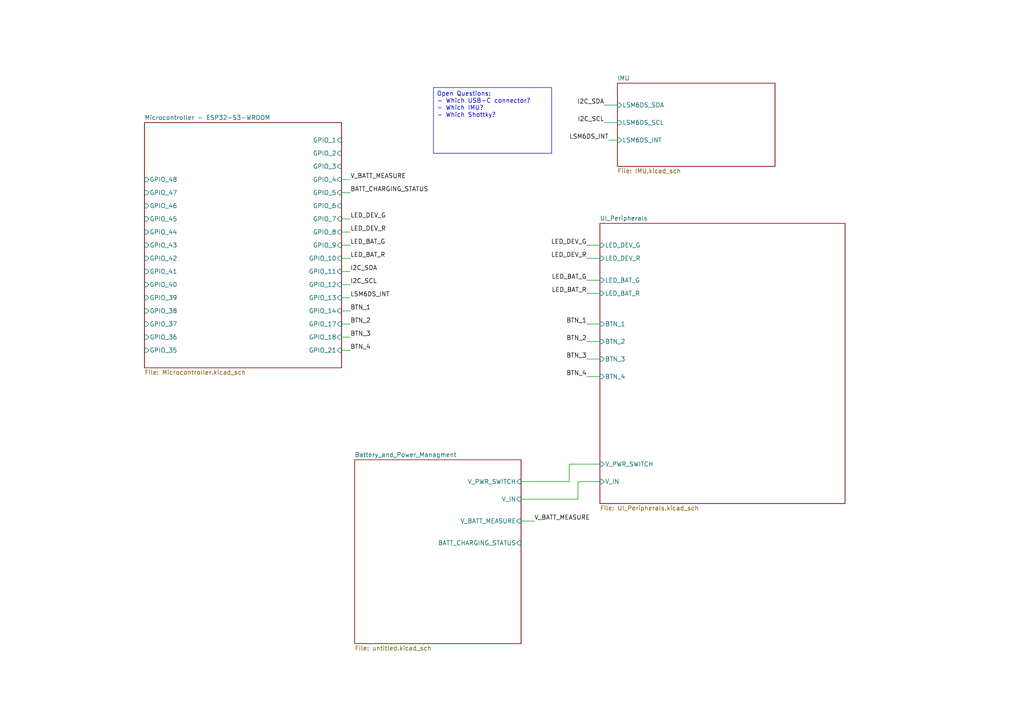
<source format=kicad_sch>
(kicad_sch (version 20230121) (generator eeschema)
  (paper "A4")
  (title_block (title "HeadMouse Mainboard") (date "2023-11-9") (rev "1") (company "AsTeRICS Foundation") (comment 1 "Author: Vanessa Prankl") (comment 2 "Supervisor: Benjamin Aigner") (comment 3 "<beni@asterics-foundation.org>"))
  (lib_symbols)
  (wire (pts (xy 170.18 74.93) (xy 173.99 74.93)))
  (wire (pts (xy 99.06 78.74) (xy 101.6 78.74)))
  (wire (pts (xy 99.06 93.98) (xy 101.6 93.98)))
  (wire (pts (xy 176.53 40.64) (xy 179.07 40.64)))
  (wire (pts (xy 99.06 71.12) (xy 101.6 71.12)))
  (wire (pts (xy 170.18 104.14) (xy 173.99 104.14)))
  (wire (pts (xy 99.06 63.5) (xy 101.6 63.5)))
  (wire (pts (xy 170.18 71.12) (xy 173.99 71.12)))
  (wire (pts (xy 170.18 81.28) (xy 173.99 81.28)))
  (wire (pts (xy 151.13 144.78) (xy 167.64 144.78)))
  (wire (pts (xy 167.64 139.7) (xy 173.99 139.7)))
  (wire (pts (xy 175.26 35.56) (xy 179.07 35.56)))
  (wire (pts (xy 167.64 144.78) (xy 167.64 139.7)))
  (wire (pts (xy 99.06 101.6) (xy 101.6 101.6)))
  (wire (pts (xy 170.18 85.09) (xy 173.99 85.09)))
  (wire (pts (xy 99.06 97.79) (xy 101.6 97.79)))
  (wire (pts (xy 165.1 134.62) (xy 173.99 134.62)))
  (wire (pts (xy 170.18 99.06) (xy 173.99 99.06)))
  (wire (pts (xy 99.06 55.88) (xy 101.6 55.88)))
  (wire (pts (xy 99.06 52.07) (xy 101.6 52.07)))
  (wire (pts (xy 99.06 74.93) (xy 101.6 74.93)))
  (wire (pts (xy 99.06 82.55) (xy 101.6 82.55)))
  (wire (pts (xy 170.18 109.22) (xy 173.99 109.22)))
  (wire (pts (xy 99.06 86.36) (xy 101.6 86.36)))
  (wire (pts (xy 99.06 90.17) (xy 101.6 90.17)))
  (wire (pts (xy 151.13 139.7) (xy 165.1 139.7)))
  (wire (pts (xy 170.18 93.98) (xy 173.99 93.98)))
  (wire (pts (xy 151.13 151.13) (xy 154.94 151.13)))
  (wire (pts (xy 165.1 139.7) (xy 165.1 134.62)))
  (wire (pts (xy 99.06 67.31) (xy 101.6 67.31)))
  (wire (pts (xy 175.26 30.48) (xy 179.07 30.48)))
  (text_box "Open Questions:\n- Which USB-C connector?\n- Which IMU?\n- Which Shottky?" (at 125.73 25.4 0) (size 34.29 19.05) (effects (font (size 1.27 1.27)) (justify left top)))
  (label "BATT_CHARGING_STATUS" (at 101.6 55.88 0))
  (label "LED_DEV_R" (at 101.6 67.31 0))
  (label "V_BATT_MEASURE" (at 101.6 52.07 0))
  (label "BTN_3" (at 101.6 97.79 0))
  (label "BTN_1" (at 170.18 93.98 180))
  (label "I2C_SCL" (at 101.6 82.55 0))
  (label "BTN_2" (at 101.6 93.98 0))
  (label "BTN_2" (at 170.18 99.06 180))
  (label "I2C_SDA" (at 101.6 78.74 0))
  (label "I2C_SDA" (at 175.26 30.48 180))
  (label "BTN_4" (at 170.18 109.22 180))
  (label "LSM6DS_INT" (at 176.53 40.64 180))
  (label "LED_BAT_G" (at 101.6 71.12 0))
  (label "BTN_4" (at 101.6 101.6 0))
  (label "LSM6DS_INT" (at 101.6 86.36 0))
  (label "BTN_3" (at 170.18 104.14 180))
  (label "I2C_SCL" (at 175.26 35.56 180))
  (label "LED_DEV_G" (at 170.18 71.12 180))
  (label "LED_BAT_R" (at 170.18 85.09 180))
  (label "LED_DEV_R" (at 170.18 74.93 180))
  (label "LED_BAT_G" (at 170.18 81.28 180))
  (label "BTN_1" (at 101.6 90.17 0))
  (label "LED_DEV_G" (at 101.6 63.5 0))
  (label "LED_BAT_R" (at 101.6 74.93 0))
  (label "V_BATT_MEASURE" (at 154.94 151.13 0))
  (sheet (at 173.99 64.77) (size 71.12 81.28) (stroke (width 0.1524))
    (property "Sheetname" "UI_Peripherals" (at 173.99 64.0584 0) (effects (justify left bottom)))
    (property "Sheetfile" "UI_Peripherals.kicad_sch" (at 173.99 146.6346 0) (effects (justify left top)))
    (pin "BTN_1" input (at 173.99 93.98 180))
    (pin "BTN_3" input (at 173.99 104.14 180))
    (pin "BTN_4" input (at 173.99 109.22 180))
    (pin "BTN_2" input (at 173.99 99.06 180))
    (pin "LED_DEV_G" input (at 173.99 71.12 180))
    (pin "LED_DEV_R" input (at 173.99 74.93 180))
    (pin "LED_BAT_R" input (at 173.99 85.09 180))
    (pin "LED_BAT_G" input (at 173.99 81.28 180))
    (pin "V_PWR_SWITCH" input (at 173.99 134.62 180))
    (pin "V_IN" input (at 173.99 139.7 180))
  )
  (sheet (at 41.91 35.56) (size 57.15 71.12) (stroke (width 0.1524))
    (property "Sheetname" "Microcontroller - ESP32-S3-WROOM" (at 41.91 34.8484 0) (effects (justify left bottom)))
    (property "Sheetfile" "Microcontroller.kicad_sch" (at 41.91 107.2646 0) (effects (justify left top)))
    (pin "GPIO_35" input (at 41.91 101.6 180))
    (pin "GPIO_42" input (at 41.91 74.93 180))
    (pin "GPIO_41" input (at 41.91 78.74 180))
    (pin "GPIO_39" input (at 41.91 86.36 180))
    (pin "GPIO_40" input (at 41.91 82.55 180))
    (pin "GPIO_47" input (at 41.91 55.88 180))
    (pin "GPIO_1" input (at 99.06 40.64 0))
    (pin "GPIO_43" input (at 41.91 71.12 180))
    (pin "GPIO_48" input (at 41.91 52.07 180))
    (pin "GPIO_12" input (at 99.06 82.55 0))
    (pin "GPIO_11" input (at 99.06 78.74 0))
    (pin "GPIO_10" input (at 99.06 74.93 0))
    (pin "GPIO_44" input (at 41.91 67.31 180))
    (pin "GPIO_46" input (at 41.91 59.69 180))
    (pin "GPIO_45" input (at 41.91 63.5 180))
    (pin "GPIO_13" input (at 99.06 86.36 0))
    (pin "GPIO_14" input (at 99.06 90.17 0))
    (pin "GPIO_18" input (at 99.06 97.79 0))
    (pin "GPIO_38" input (at 41.91 90.17 180))
    (pin "GPIO_17" input (at 99.06 93.98 0))
    (pin "GPIO_21" input (at 99.06 101.6 0))
    (pin "GPIO_8" input (at 99.06 67.31 0))
    (pin "GPIO_9" input (at 99.06 71.12 0))
    (pin "GPIO_2" input (at 99.06 44.45 0))
    (pin "GPIO_3" input (at 99.06 48.26 0))
    (pin "GPIO_6" input (at 99.06 59.69 0))
    (pin "GPIO_5" input (at 99.06 55.88 0))
    (pin "GPIO_7" input (at 99.06 63.5 0))
    (pin "GPIO_4" input (at 99.06 52.07 0))
    (pin "GPIO_37" input (at 41.91 93.98 180))
    (pin "GPIO_36" input (at 41.91 97.79 180))
  )
  (sheet (at 179.07 24.13) (size 45.72 24.13) (stroke (width 0.1524))
    (property "Sheetname" "IMU" (at 179.07 23.4184 0) (effects (justify left bottom)))
    (property "Sheetfile" "IMU.kicad_sch" (at 179.07 48.8446 0) (effects (justify left top)))
    (pin "LSM6DS_INT" input (at 179.07 40.64 180))
    (pin "LSM6DS_SDA" input (at 179.07 30.48 180))
    (pin "LSM6DS_SCL" input (at 179.07 35.56 180))
  )
  (sheet (at 102.87 133.35) (size 48.26 53.34) (stroke (width 0.1524))
    (property "Sheetname" "Battery_and_Power_Managment" (at 102.87 132.6384 0) (effects (justify left bottom)))
    (property "Sheetfile" "untitled.kicad_sch" (at 102.87 187.2746 0) (effects (justify left top)))
    (pin "V_IN" input (at 151.13 144.78 0))
    (pin "V_PWR_SWITCH" input (at 151.13 139.7 0))
    (pin "V_BATT_MEASURE" input (at 151.13 151.13 0))
    (pin "BATT_CHARGING_STATUS" input (at 151.13 157.48 0))
  )
)
</source>
